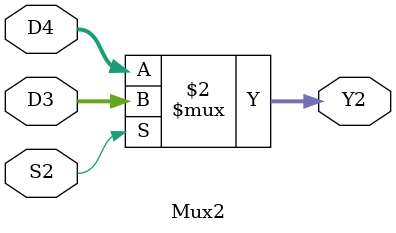
<source format=v>
`timescale 1ns / 1ps
module Mux1(
input [31:0]D0,D1,
input S1,
output  [31:0]Y1
    );
assign Y1 = (S1 == 0)? D0 : D1;
endmodule

module Mux2(
input [31:0]D3,D4,
input S2,
output  [31:0]Y2
    );
assign Y2 = (S2 == 0)? D4 : D3;
endmodule
</source>
